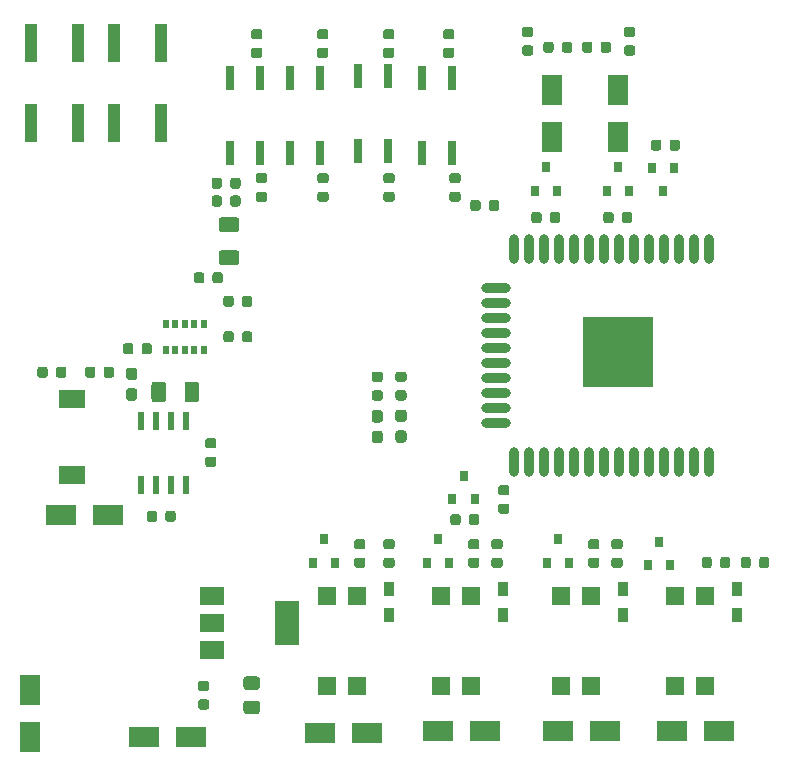
<source format=gtp>
G04 #@! TF.GenerationSoftware,KiCad,Pcbnew,(5.1.6-dirty)*
G04 #@! TF.CreationDate,2020-05-24T17:16:13+02:00*
G04 #@! TF.ProjectId,esp32control,65737033-3263-46f6-9e74-726f6c2e6b69,rev?*
G04 #@! TF.SameCoordinates,Original*
G04 #@! TF.FileFunction,Paste,Top*
G04 #@! TF.FilePolarity,Positive*
%FSLAX46Y46*%
G04 Gerber Fmt 4.6, Leading zero omitted, Abs format (unit mm)*
G04 Created by KiCad (PCBNEW (5.1.6-dirty)) date 2020-05-24 17:16:13*
%MOMM*%
%LPD*%
G01*
G04 APERTURE LIST*
%ADD10R,0.500000X0.800000*%
%ADD11R,2.200000X1.500000*%
%ADD12R,1.800000X2.500000*%
%ADD13R,2.500000X1.800000*%
%ADD14R,0.800000X0.900000*%
%ADD15R,2.000000X1.500000*%
%ADD16R,2.000000X3.800000*%
%ADD17R,1.000000X3.200000*%
%ADD18R,6.000000X6.000000*%
%ADD19O,0.900000X2.500000*%
%ADD20O,2.500000X0.900000*%
%ADD21R,0.640000X2.000000*%
%ADD22R,0.600000X1.550000*%
%ADD23R,0.900000X1.200000*%
%ADD24R,1.600000X1.600000*%
G04 APERTURE END LIST*
G36*
G01*
X71375000Y-66125000D02*
X70125000Y-66125000D01*
G75*
G02*
X69875000Y-65875000I0J250000D01*
G01*
X69875000Y-65125000D01*
G75*
G02*
X70125000Y-64875000I250000J0D01*
G01*
X71375000Y-64875000D01*
G75*
G02*
X71625000Y-65125000I0J-250000D01*
G01*
X71625000Y-65875000D01*
G75*
G02*
X71375000Y-66125000I-250000J0D01*
G01*
G37*
G36*
G01*
X71375000Y-68925000D02*
X70125000Y-68925000D01*
G75*
G02*
X69875000Y-68675000I0J250000D01*
G01*
X69875000Y-67925000D01*
G75*
G02*
X70125000Y-67675000I250000J0D01*
G01*
X71375000Y-67675000D01*
G75*
G02*
X71625000Y-67925000I0J-250000D01*
G01*
X71625000Y-68675000D01*
G75*
G02*
X71375000Y-68925000I-250000J0D01*
G01*
G37*
G36*
G01*
X66983500Y-80293500D02*
X66983500Y-79043500D01*
G75*
G02*
X67233500Y-78793500I250000J0D01*
G01*
X67983500Y-78793500D01*
G75*
G02*
X68233500Y-79043500I0J-250000D01*
G01*
X68233500Y-80293500D01*
G75*
G02*
X67983500Y-80543500I-250000J0D01*
G01*
X67233500Y-80543500D01*
G75*
G02*
X66983500Y-80293500I0J250000D01*
G01*
G37*
G36*
G01*
X64183500Y-80293500D02*
X64183500Y-79043500D01*
G75*
G02*
X64433500Y-78793500I250000J0D01*
G01*
X65183500Y-78793500D01*
G75*
G02*
X65433500Y-79043500I0J-250000D01*
G01*
X65433500Y-80293500D01*
G75*
G02*
X65183500Y-80543500I-250000J0D01*
G01*
X64433500Y-80543500D01*
G75*
G02*
X64183500Y-80293500I0J250000D01*
G01*
G37*
D10*
X65400000Y-73900000D03*
X66200000Y-73900000D03*
X67000000Y-73900000D03*
X67800000Y-73900000D03*
X68600000Y-73900000D03*
X68600000Y-76100000D03*
X67800000Y-76100000D03*
X67000000Y-76100000D03*
X66200000Y-76100000D03*
X65400000Y-76100000D03*
G36*
G01*
X83052250Y-79518500D02*
X83564750Y-79518500D01*
G75*
G02*
X83783500Y-79737250I0J-218750D01*
G01*
X83783500Y-80174750D01*
G75*
G02*
X83564750Y-80393500I-218750J0D01*
G01*
X83052250Y-80393500D01*
G75*
G02*
X82833500Y-80174750I0J218750D01*
G01*
X82833500Y-79737250D01*
G75*
G02*
X83052250Y-79518500I218750J0D01*
G01*
G37*
G36*
G01*
X83052250Y-77943500D02*
X83564750Y-77943500D01*
G75*
G02*
X83783500Y-78162250I0J-218750D01*
G01*
X83783500Y-78599750D01*
G75*
G02*
X83564750Y-78818500I-218750J0D01*
G01*
X83052250Y-78818500D01*
G75*
G02*
X82833500Y-78599750I0J218750D01*
G01*
X82833500Y-78162250D01*
G75*
G02*
X83052250Y-77943500I218750J0D01*
G01*
G37*
G36*
G01*
X85052250Y-79518500D02*
X85564750Y-79518500D01*
G75*
G02*
X85783500Y-79737250I0J-218750D01*
G01*
X85783500Y-80174750D01*
G75*
G02*
X85564750Y-80393500I-218750J0D01*
G01*
X85052250Y-80393500D01*
G75*
G02*
X84833500Y-80174750I0J218750D01*
G01*
X84833500Y-79737250D01*
G75*
G02*
X85052250Y-79518500I218750J0D01*
G01*
G37*
G36*
G01*
X85052250Y-77943500D02*
X85564750Y-77943500D01*
G75*
G02*
X85783500Y-78162250I0J-218750D01*
G01*
X85783500Y-78599750D01*
G75*
G02*
X85564750Y-78818500I-218750J0D01*
G01*
X85052250Y-78818500D01*
G75*
G02*
X84833500Y-78599750I0J218750D01*
G01*
X84833500Y-78162250D01*
G75*
G02*
X85052250Y-77943500I218750J0D01*
G01*
G37*
G36*
G01*
X71150000Y-71743750D02*
X71150000Y-72256250D01*
G75*
G02*
X70931250Y-72475000I-218750J0D01*
G01*
X70493750Y-72475000D01*
G75*
G02*
X70275000Y-72256250I0J218750D01*
G01*
X70275000Y-71743750D01*
G75*
G02*
X70493750Y-71525000I218750J0D01*
G01*
X70931250Y-71525000D01*
G75*
G02*
X71150000Y-71743750I0J-218750D01*
G01*
G37*
G36*
G01*
X72725000Y-71743750D02*
X72725000Y-72256250D01*
G75*
G02*
X72506250Y-72475000I-218750J0D01*
G01*
X72068750Y-72475000D01*
G75*
G02*
X71850000Y-72256250I0J218750D01*
G01*
X71850000Y-71743750D01*
G75*
G02*
X72068750Y-71525000I218750J0D01*
G01*
X72506250Y-71525000D01*
G75*
G02*
X72725000Y-71743750I0J-218750D01*
G01*
G37*
G36*
G01*
X83062500Y-82950000D02*
X83537500Y-82950000D01*
G75*
G02*
X83775000Y-83187500I0J-237500D01*
G01*
X83775000Y-83762500D01*
G75*
G02*
X83537500Y-84000000I-237500J0D01*
G01*
X83062500Y-84000000D01*
G75*
G02*
X82825000Y-83762500I0J237500D01*
G01*
X82825000Y-83187500D01*
G75*
G02*
X83062500Y-82950000I237500J0D01*
G01*
G37*
G36*
G01*
X83062500Y-81200000D02*
X83537500Y-81200000D01*
G75*
G02*
X83775000Y-81437500I0J-237500D01*
G01*
X83775000Y-82012500D01*
G75*
G02*
X83537500Y-82250000I-237500J0D01*
G01*
X83062500Y-82250000D01*
G75*
G02*
X82825000Y-82012500I0J237500D01*
G01*
X82825000Y-81437500D01*
G75*
G02*
X83062500Y-81200000I237500J0D01*
G01*
G37*
G36*
G01*
X85071000Y-82918500D02*
X85546000Y-82918500D01*
G75*
G02*
X85783500Y-83156000I0J-237500D01*
G01*
X85783500Y-83731000D01*
G75*
G02*
X85546000Y-83968500I-237500J0D01*
G01*
X85071000Y-83968500D01*
G75*
G02*
X84833500Y-83731000I0J237500D01*
G01*
X84833500Y-83156000D01*
G75*
G02*
X85071000Y-82918500I237500J0D01*
G01*
G37*
G36*
G01*
X85071000Y-81168500D02*
X85546000Y-81168500D01*
G75*
G02*
X85783500Y-81406000I0J-237500D01*
G01*
X85783500Y-81981000D01*
G75*
G02*
X85546000Y-82218500I-237500J0D01*
G01*
X85071000Y-82218500D01*
G75*
G02*
X84833500Y-81981000I0J237500D01*
G01*
X84833500Y-81406000D01*
G75*
G02*
X85071000Y-81168500I237500J0D01*
G01*
G37*
G36*
G01*
X62650000Y-75743750D02*
X62650000Y-76256250D01*
G75*
G02*
X62431250Y-76475000I-218750J0D01*
G01*
X61993750Y-76475000D01*
G75*
G02*
X61775000Y-76256250I0J218750D01*
G01*
X61775000Y-75743750D01*
G75*
G02*
X61993750Y-75525000I218750J0D01*
G01*
X62431250Y-75525000D01*
G75*
G02*
X62650000Y-75743750I0J-218750D01*
G01*
G37*
G36*
G01*
X64225000Y-75743750D02*
X64225000Y-76256250D01*
G75*
G02*
X64006250Y-76475000I-218750J0D01*
G01*
X63568750Y-76475000D01*
G75*
G02*
X63350000Y-76256250I0J218750D01*
G01*
X63350000Y-75743750D01*
G75*
G02*
X63568750Y-75525000I218750J0D01*
G01*
X64006250Y-75525000D01*
G75*
G02*
X64225000Y-75743750I0J-218750D01*
G01*
G37*
D11*
X57468000Y-80288000D03*
X57468000Y-86688000D03*
G36*
G01*
X78448250Y-62704500D02*
X78960750Y-62704500D01*
G75*
G02*
X79179500Y-62923250I0J-218750D01*
G01*
X79179500Y-63360750D01*
G75*
G02*
X78960750Y-63579500I-218750J0D01*
G01*
X78448250Y-63579500D01*
G75*
G02*
X78229500Y-63360750I0J218750D01*
G01*
X78229500Y-62923250D01*
G75*
G02*
X78448250Y-62704500I218750J0D01*
G01*
G37*
G36*
G01*
X78448250Y-61129500D02*
X78960750Y-61129500D01*
G75*
G02*
X79179500Y-61348250I0J-218750D01*
G01*
X79179500Y-61785750D01*
G75*
G02*
X78960750Y-62004500I-218750J0D01*
G01*
X78448250Y-62004500D01*
G75*
G02*
X78229500Y-61785750I0J218750D01*
G01*
X78229500Y-61348250D01*
G75*
G02*
X78448250Y-61129500I218750J0D01*
G01*
G37*
G36*
G01*
X60137500Y-78256250D02*
X60137500Y-77743750D01*
G75*
G02*
X60356250Y-77525000I218750J0D01*
G01*
X60793750Y-77525000D01*
G75*
G02*
X61012500Y-77743750I0J-218750D01*
G01*
X61012500Y-78256250D01*
G75*
G02*
X60793750Y-78475000I-218750J0D01*
G01*
X60356250Y-78475000D01*
G75*
G02*
X60137500Y-78256250I0J218750D01*
G01*
G37*
G36*
G01*
X58562500Y-78256250D02*
X58562500Y-77743750D01*
G75*
G02*
X58781250Y-77525000I218750J0D01*
G01*
X59218750Y-77525000D01*
G75*
G02*
X59437500Y-77743750I0J-218750D01*
G01*
X59437500Y-78256250D01*
G75*
G02*
X59218750Y-78475000I-218750J0D01*
G01*
X58781250Y-78475000D01*
G75*
G02*
X58562500Y-78256250I0J218750D01*
G01*
G37*
G36*
G01*
X98930000Y-50736250D02*
X98930000Y-50223750D01*
G75*
G02*
X99148750Y-50005000I218750J0D01*
G01*
X99586250Y-50005000D01*
G75*
G02*
X99805000Y-50223750I0J-218750D01*
G01*
X99805000Y-50736250D01*
G75*
G02*
X99586250Y-50955000I-218750J0D01*
G01*
X99148750Y-50955000D01*
G75*
G02*
X98930000Y-50736250I0J218750D01*
G01*
G37*
G36*
G01*
X97355000Y-50736250D02*
X97355000Y-50223750D01*
G75*
G02*
X97573750Y-50005000I218750J0D01*
G01*
X98011250Y-50005000D01*
G75*
G02*
X98230000Y-50223750I0J-218750D01*
G01*
X98230000Y-50736250D01*
G75*
G02*
X98011250Y-50955000I-218750J0D01*
G01*
X97573750Y-50955000D01*
G75*
G02*
X97355000Y-50736250I0J218750D01*
G01*
G37*
G36*
G01*
X114930500Y-93848250D02*
X114930500Y-94360750D01*
G75*
G02*
X114711750Y-94579500I-218750J0D01*
G01*
X114274250Y-94579500D01*
G75*
G02*
X114055500Y-94360750I0J218750D01*
G01*
X114055500Y-93848250D01*
G75*
G02*
X114274250Y-93629500I218750J0D01*
G01*
X114711750Y-93629500D01*
G75*
G02*
X114930500Y-93848250I0J-218750D01*
G01*
G37*
G36*
G01*
X116505500Y-93848250D02*
X116505500Y-94360750D01*
G75*
G02*
X116286750Y-94579500I-218750J0D01*
G01*
X115849250Y-94579500D01*
G75*
G02*
X115630500Y-94360750I0J218750D01*
G01*
X115630500Y-93848250D01*
G75*
G02*
X115849250Y-93629500I218750J0D01*
G01*
X116286750Y-93629500D01*
G75*
G02*
X116505500Y-93848250I0J-218750D01*
G01*
G37*
G36*
G01*
X111628500Y-93848250D02*
X111628500Y-94360750D01*
G75*
G02*
X111409750Y-94579500I-218750J0D01*
G01*
X110972250Y-94579500D01*
G75*
G02*
X110753500Y-94360750I0J218750D01*
G01*
X110753500Y-93848250D01*
G75*
G02*
X110972250Y-93629500I218750J0D01*
G01*
X111409750Y-93629500D01*
G75*
G02*
X111628500Y-93848250I0J-218750D01*
G01*
G37*
G36*
G01*
X113203500Y-93848250D02*
X113203500Y-94360750D01*
G75*
G02*
X112984750Y-94579500I-218750J0D01*
G01*
X112547250Y-94579500D01*
G75*
G02*
X112328500Y-94360750I0J218750D01*
G01*
X112328500Y-93848250D01*
G75*
G02*
X112547250Y-93629500I218750J0D01*
G01*
X112984750Y-93629500D01*
G75*
G02*
X113203500Y-93848250I0J-218750D01*
G01*
G37*
G36*
G01*
X103852750Y-92992500D02*
X103340250Y-92992500D01*
G75*
G02*
X103121500Y-92773750I0J218750D01*
G01*
X103121500Y-92336250D01*
G75*
G02*
X103340250Y-92117500I218750J0D01*
G01*
X103852750Y-92117500D01*
G75*
G02*
X104071500Y-92336250I0J-218750D01*
G01*
X104071500Y-92773750D01*
G75*
G02*
X103852750Y-92992500I-218750J0D01*
G01*
G37*
G36*
G01*
X103852750Y-94567500D02*
X103340250Y-94567500D01*
G75*
G02*
X103121500Y-94348750I0J218750D01*
G01*
X103121500Y-93911250D01*
G75*
G02*
X103340250Y-93692500I218750J0D01*
G01*
X103852750Y-93692500D01*
G75*
G02*
X104071500Y-93911250I0J-218750D01*
G01*
X104071500Y-94348750D01*
G75*
G02*
X103852750Y-94567500I-218750J0D01*
G01*
G37*
G36*
G01*
X101371750Y-93692500D02*
X101884250Y-93692500D01*
G75*
G02*
X102103000Y-93911250I0J-218750D01*
G01*
X102103000Y-94348750D01*
G75*
G02*
X101884250Y-94567500I-218750J0D01*
G01*
X101371750Y-94567500D01*
G75*
G02*
X101153000Y-94348750I0J218750D01*
G01*
X101153000Y-93911250D01*
G75*
G02*
X101371750Y-93692500I218750J0D01*
G01*
G37*
G36*
G01*
X101371750Y-92117500D02*
X101884250Y-92117500D01*
G75*
G02*
X102103000Y-92336250I0J-218750D01*
G01*
X102103000Y-92773750D01*
G75*
G02*
X101884250Y-92992500I-218750J0D01*
G01*
X101371750Y-92992500D01*
G75*
G02*
X101153000Y-92773750I0J218750D01*
G01*
X101153000Y-92336250D01*
G75*
G02*
X101371750Y-92117500I218750J0D01*
G01*
G37*
G36*
G01*
X70850000Y-63756250D02*
X70850000Y-63243750D01*
G75*
G02*
X71068750Y-63025000I218750J0D01*
G01*
X71506250Y-63025000D01*
G75*
G02*
X71725000Y-63243750I0J-218750D01*
G01*
X71725000Y-63756250D01*
G75*
G02*
X71506250Y-63975000I-218750J0D01*
G01*
X71068750Y-63975000D01*
G75*
G02*
X70850000Y-63756250I0J218750D01*
G01*
G37*
G36*
G01*
X69275000Y-63756250D02*
X69275000Y-63243750D01*
G75*
G02*
X69493750Y-63025000I218750J0D01*
G01*
X69931250Y-63025000D01*
G75*
G02*
X70150000Y-63243750I0J-218750D01*
G01*
X70150000Y-63756250D01*
G75*
G02*
X69931250Y-63975000I-218750J0D01*
G01*
X69493750Y-63975000D01*
G75*
G02*
X69275000Y-63756250I0J218750D01*
G01*
G37*
G36*
G01*
X93752250Y-89118500D02*
X94264750Y-89118500D01*
G75*
G02*
X94483500Y-89337250I0J-218750D01*
G01*
X94483500Y-89774750D01*
G75*
G02*
X94264750Y-89993500I-218750J0D01*
G01*
X93752250Y-89993500D01*
G75*
G02*
X93533500Y-89774750I0J218750D01*
G01*
X93533500Y-89337250D01*
G75*
G02*
X93752250Y-89118500I218750J0D01*
G01*
G37*
G36*
G01*
X93752250Y-87543500D02*
X94264750Y-87543500D01*
G75*
G02*
X94483500Y-87762250I0J-218750D01*
G01*
X94483500Y-88199750D01*
G75*
G02*
X94264750Y-88418500I-218750J0D01*
G01*
X93752250Y-88418500D01*
G75*
G02*
X93533500Y-88199750I0J218750D01*
G01*
X93533500Y-87762250D01*
G75*
G02*
X93752250Y-87543500I218750J0D01*
G01*
G37*
G36*
G01*
X90358500Y-90212250D02*
X90358500Y-90724750D01*
G75*
G02*
X90139750Y-90943500I-218750J0D01*
G01*
X89702250Y-90943500D01*
G75*
G02*
X89483500Y-90724750I0J218750D01*
G01*
X89483500Y-90212250D01*
G75*
G02*
X89702250Y-89993500I218750J0D01*
G01*
X90139750Y-89993500D01*
G75*
G02*
X90358500Y-90212250I0J-218750D01*
G01*
G37*
G36*
G01*
X91933500Y-90212250D02*
X91933500Y-90724750D01*
G75*
G02*
X91714750Y-90943500I-218750J0D01*
G01*
X91277250Y-90943500D01*
G75*
G02*
X91058500Y-90724750I0J218750D01*
G01*
X91058500Y-90212250D01*
G75*
G02*
X91277250Y-89993500I218750J0D01*
G01*
X91714750Y-89993500D01*
G75*
G02*
X91933500Y-90212250I0J-218750D01*
G01*
G37*
G36*
G01*
X108046000Y-59024750D02*
X108046000Y-58512250D01*
G75*
G02*
X108264750Y-58293500I218750J0D01*
G01*
X108702250Y-58293500D01*
G75*
G02*
X108921000Y-58512250I0J-218750D01*
G01*
X108921000Y-59024750D01*
G75*
G02*
X108702250Y-59243500I-218750J0D01*
G01*
X108264750Y-59243500D01*
G75*
G02*
X108046000Y-59024750I0J218750D01*
G01*
G37*
G36*
G01*
X106471000Y-59024750D02*
X106471000Y-58512250D01*
G75*
G02*
X106689750Y-58293500I218750J0D01*
G01*
X107127250Y-58293500D01*
G75*
G02*
X107346000Y-58512250I0J-218750D01*
G01*
X107346000Y-59024750D01*
G75*
G02*
X107127250Y-59243500I-218750J0D01*
G01*
X106689750Y-59243500D01*
G75*
G02*
X106471000Y-59024750I0J218750D01*
G01*
G37*
G36*
G01*
X92043000Y-63622250D02*
X92043000Y-64134750D01*
G75*
G02*
X91824250Y-64353500I-218750J0D01*
G01*
X91386750Y-64353500D01*
G75*
G02*
X91168000Y-64134750I0J218750D01*
G01*
X91168000Y-63622250D01*
G75*
G02*
X91386750Y-63403500I218750J0D01*
G01*
X91824250Y-63403500D01*
G75*
G02*
X92043000Y-63622250I0J-218750D01*
G01*
G37*
G36*
G01*
X93618000Y-63622250D02*
X93618000Y-64134750D01*
G75*
G02*
X93399250Y-64353500I-218750J0D01*
G01*
X92961750Y-64353500D01*
G75*
G02*
X92743000Y-64134750I0J218750D01*
G01*
X92743000Y-63622250D01*
G75*
G02*
X92961750Y-63403500I218750J0D01*
G01*
X93399250Y-63403500D01*
G75*
G02*
X93618000Y-63622250I0J-218750D01*
G01*
G37*
G36*
G01*
X89624250Y-62704500D02*
X90136750Y-62704500D01*
G75*
G02*
X90355500Y-62923250I0J-218750D01*
G01*
X90355500Y-63360750D01*
G75*
G02*
X90136750Y-63579500I-218750J0D01*
G01*
X89624250Y-63579500D01*
G75*
G02*
X89405500Y-63360750I0J218750D01*
G01*
X89405500Y-62923250D01*
G75*
G02*
X89624250Y-62704500I218750J0D01*
G01*
G37*
G36*
G01*
X89624250Y-61129500D02*
X90136750Y-61129500D01*
G75*
G02*
X90355500Y-61348250I0J-218750D01*
G01*
X90355500Y-61785750D01*
G75*
G02*
X90136750Y-62004500I-218750J0D01*
G01*
X89624250Y-62004500D01*
G75*
G02*
X89405500Y-61785750I0J218750D01*
G01*
X89405500Y-61348250D01*
G75*
G02*
X89624250Y-61129500I218750J0D01*
G01*
G37*
G36*
G01*
X73243750Y-62704500D02*
X73756250Y-62704500D01*
G75*
G02*
X73975000Y-62923250I0J-218750D01*
G01*
X73975000Y-63360750D01*
G75*
G02*
X73756250Y-63579500I-218750J0D01*
G01*
X73243750Y-63579500D01*
G75*
G02*
X73025000Y-63360750I0J218750D01*
G01*
X73025000Y-62923250D01*
G75*
G02*
X73243750Y-62704500I218750J0D01*
G01*
G37*
G36*
G01*
X73243750Y-61129500D02*
X73756250Y-61129500D01*
G75*
G02*
X73975000Y-61348250I0J-218750D01*
G01*
X73975000Y-61785750D01*
G75*
G02*
X73756250Y-62004500I-218750J0D01*
G01*
X73243750Y-62004500D01*
G75*
G02*
X73025000Y-61785750I0J218750D01*
G01*
X73025000Y-61348250D01*
G75*
G02*
X73243750Y-61129500I218750J0D01*
G01*
G37*
G36*
G01*
X101520000Y-50223750D02*
X101520000Y-50736250D01*
G75*
G02*
X101301250Y-50955000I-218750J0D01*
G01*
X100863750Y-50955000D01*
G75*
G02*
X100645000Y-50736250I0J218750D01*
G01*
X100645000Y-50223750D01*
G75*
G02*
X100863750Y-50005000I218750J0D01*
G01*
X101301250Y-50005000D01*
G75*
G02*
X101520000Y-50223750I0J-218750D01*
G01*
G37*
G36*
G01*
X103095000Y-50223750D02*
X103095000Y-50736250D01*
G75*
G02*
X102876250Y-50955000I-218750J0D01*
G01*
X102438750Y-50955000D01*
G75*
G02*
X102220000Y-50736250I0J218750D01*
G01*
X102220000Y-50223750D01*
G75*
G02*
X102438750Y-50005000I218750J0D01*
G01*
X102876250Y-50005000D01*
G75*
G02*
X103095000Y-50223750I0J-218750D01*
G01*
G37*
G36*
G01*
X104932250Y-49622000D02*
X104419750Y-49622000D01*
G75*
G02*
X104201000Y-49403250I0J218750D01*
G01*
X104201000Y-48965750D01*
G75*
G02*
X104419750Y-48747000I218750J0D01*
G01*
X104932250Y-48747000D01*
G75*
G02*
X105151000Y-48965750I0J-218750D01*
G01*
X105151000Y-49403250D01*
G75*
G02*
X104932250Y-49622000I-218750J0D01*
G01*
G37*
G36*
G01*
X104932250Y-51197000D02*
X104419750Y-51197000D01*
G75*
G02*
X104201000Y-50978250I0J218750D01*
G01*
X104201000Y-50540750D01*
G75*
G02*
X104419750Y-50322000I218750J0D01*
G01*
X104932250Y-50322000D01*
G75*
G02*
X105151000Y-50540750I0J-218750D01*
G01*
X105151000Y-50978250D01*
G75*
G02*
X104932250Y-51197000I-218750J0D01*
G01*
G37*
G36*
G01*
X96296250Y-49622000D02*
X95783750Y-49622000D01*
G75*
G02*
X95565000Y-49403250I0J218750D01*
G01*
X95565000Y-48965750D01*
G75*
G02*
X95783750Y-48747000I218750J0D01*
G01*
X96296250Y-48747000D01*
G75*
G02*
X96515000Y-48965750I0J-218750D01*
G01*
X96515000Y-49403250D01*
G75*
G02*
X96296250Y-49622000I-218750J0D01*
G01*
G37*
G36*
G01*
X96296250Y-51197000D02*
X95783750Y-51197000D01*
G75*
G02*
X95565000Y-50978250I0J218750D01*
G01*
X95565000Y-50540750D01*
G75*
G02*
X95783750Y-50322000I218750J0D01*
G01*
X96296250Y-50322000D01*
G75*
G02*
X96515000Y-50540750I0J-218750D01*
G01*
X96515000Y-50978250D01*
G75*
G02*
X96296250Y-51197000I-218750J0D01*
G01*
G37*
G36*
G01*
X103310000Y-64638250D02*
X103310000Y-65150750D01*
G75*
G02*
X103091250Y-65369500I-218750J0D01*
G01*
X102653750Y-65369500D01*
G75*
G02*
X102435000Y-65150750I0J218750D01*
G01*
X102435000Y-64638250D01*
G75*
G02*
X102653750Y-64419500I218750J0D01*
G01*
X103091250Y-64419500D01*
G75*
G02*
X103310000Y-64638250I0J-218750D01*
G01*
G37*
G36*
G01*
X104885000Y-64638250D02*
X104885000Y-65150750D01*
G75*
G02*
X104666250Y-65369500I-218750J0D01*
G01*
X104228750Y-65369500D01*
G75*
G02*
X104010000Y-65150750I0J218750D01*
G01*
X104010000Y-64638250D01*
G75*
G02*
X104228750Y-64419500I218750J0D01*
G01*
X104666250Y-64419500D01*
G75*
G02*
X104885000Y-64638250I0J-218750D01*
G01*
G37*
G36*
G01*
X97214000Y-64638250D02*
X97214000Y-65150750D01*
G75*
G02*
X96995250Y-65369500I-218750J0D01*
G01*
X96557750Y-65369500D01*
G75*
G02*
X96339000Y-65150750I0J218750D01*
G01*
X96339000Y-64638250D01*
G75*
G02*
X96557750Y-64419500I218750J0D01*
G01*
X96995250Y-64419500D01*
G75*
G02*
X97214000Y-64638250I0J-218750D01*
G01*
G37*
G36*
G01*
X98789000Y-64638250D02*
X98789000Y-65150750D01*
G75*
G02*
X98570250Y-65369500I-218750J0D01*
G01*
X98132750Y-65369500D01*
G75*
G02*
X97914000Y-65150750I0J218750D01*
G01*
X97914000Y-64638250D01*
G75*
G02*
X98132750Y-64419500I218750J0D01*
G01*
X98570250Y-64419500D01*
G75*
G02*
X98789000Y-64638250I0J-218750D01*
G01*
G37*
G36*
G01*
X70850000Y-62256250D02*
X70850000Y-61743750D01*
G75*
G02*
X71068750Y-61525000I218750J0D01*
G01*
X71506250Y-61525000D01*
G75*
G02*
X71725000Y-61743750I0J-218750D01*
G01*
X71725000Y-62256250D01*
G75*
G02*
X71506250Y-62475000I-218750J0D01*
G01*
X71068750Y-62475000D01*
G75*
G02*
X70850000Y-62256250I0J218750D01*
G01*
G37*
G36*
G01*
X69275000Y-62256250D02*
X69275000Y-61743750D01*
G75*
G02*
X69493750Y-61525000I218750J0D01*
G01*
X69931250Y-61525000D01*
G75*
G02*
X70150000Y-61743750I0J-218750D01*
G01*
X70150000Y-62256250D01*
G75*
G02*
X69931250Y-62475000I-218750J0D01*
G01*
X69493750Y-62475000D01*
G75*
G02*
X69275000Y-62256250I0J218750D01*
G01*
G37*
G36*
G01*
X71850000Y-75256250D02*
X71850000Y-74743750D01*
G75*
G02*
X72068750Y-74525000I218750J0D01*
G01*
X72506250Y-74525000D01*
G75*
G02*
X72725000Y-74743750I0J-218750D01*
G01*
X72725000Y-75256250D01*
G75*
G02*
X72506250Y-75475000I-218750J0D01*
G01*
X72068750Y-75475000D01*
G75*
G02*
X71850000Y-75256250I0J218750D01*
G01*
G37*
G36*
G01*
X70275000Y-75256250D02*
X70275000Y-74743750D01*
G75*
G02*
X70493750Y-74525000I218750J0D01*
G01*
X70931250Y-74525000D01*
G75*
G02*
X71150000Y-74743750I0J-218750D01*
G01*
X71150000Y-75256250D01*
G75*
G02*
X70931250Y-75475000I-218750J0D01*
G01*
X70493750Y-75475000D01*
G75*
G02*
X70275000Y-75256250I0J218750D01*
G01*
G37*
G36*
G01*
X84036250Y-62704500D02*
X84548750Y-62704500D01*
G75*
G02*
X84767500Y-62923250I0J-218750D01*
G01*
X84767500Y-63360750D01*
G75*
G02*
X84548750Y-63579500I-218750J0D01*
G01*
X84036250Y-63579500D01*
G75*
G02*
X83817500Y-63360750I0J218750D01*
G01*
X83817500Y-62923250D01*
G75*
G02*
X84036250Y-62704500I218750J0D01*
G01*
G37*
G36*
G01*
X84036250Y-61129500D02*
X84548750Y-61129500D01*
G75*
G02*
X84767500Y-61348250I0J-218750D01*
G01*
X84767500Y-61785750D01*
G75*
G02*
X84548750Y-62004500I-218750J0D01*
G01*
X84036250Y-62004500D01*
G75*
G02*
X83817500Y-61785750I0J218750D01*
G01*
X83817500Y-61348250D01*
G75*
G02*
X84036250Y-61129500I218750J0D01*
G01*
G37*
G36*
G01*
X89601250Y-49819000D02*
X89088750Y-49819000D01*
G75*
G02*
X88870000Y-49600250I0J218750D01*
G01*
X88870000Y-49162750D01*
G75*
G02*
X89088750Y-48944000I218750J0D01*
G01*
X89601250Y-48944000D01*
G75*
G02*
X89820000Y-49162750I0J-218750D01*
G01*
X89820000Y-49600250D01*
G75*
G02*
X89601250Y-49819000I-218750J0D01*
G01*
G37*
G36*
G01*
X89601250Y-51394000D02*
X89088750Y-51394000D01*
G75*
G02*
X88870000Y-51175250I0J218750D01*
G01*
X88870000Y-50737750D01*
G75*
G02*
X89088750Y-50519000I218750J0D01*
G01*
X89601250Y-50519000D01*
G75*
G02*
X89820000Y-50737750I0J-218750D01*
G01*
X89820000Y-51175250D01*
G75*
G02*
X89601250Y-51394000I-218750J0D01*
G01*
G37*
G36*
G01*
X93692750Y-92992500D02*
X93180250Y-92992500D01*
G75*
G02*
X92961500Y-92773750I0J218750D01*
G01*
X92961500Y-92336250D01*
G75*
G02*
X93180250Y-92117500I218750J0D01*
G01*
X93692750Y-92117500D01*
G75*
G02*
X93911500Y-92336250I0J-218750D01*
G01*
X93911500Y-92773750D01*
G75*
G02*
X93692750Y-92992500I-218750J0D01*
G01*
G37*
G36*
G01*
X93692750Y-94567500D02*
X93180250Y-94567500D01*
G75*
G02*
X92961500Y-94348750I0J218750D01*
G01*
X92961500Y-93911250D01*
G75*
G02*
X93180250Y-93692500I218750J0D01*
G01*
X93692750Y-93692500D01*
G75*
G02*
X93911500Y-93911250I0J-218750D01*
G01*
X93911500Y-94348750D01*
G75*
G02*
X93692750Y-94567500I-218750J0D01*
G01*
G37*
G36*
G01*
X91211750Y-93692500D02*
X91724250Y-93692500D01*
G75*
G02*
X91943000Y-93911250I0J-218750D01*
G01*
X91943000Y-94348750D01*
G75*
G02*
X91724250Y-94567500I-218750J0D01*
G01*
X91211750Y-94567500D01*
G75*
G02*
X90993000Y-94348750I0J218750D01*
G01*
X90993000Y-93911250D01*
G75*
G02*
X91211750Y-93692500I218750J0D01*
G01*
G37*
G36*
G01*
X91211750Y-92117500D02*
X91724250Y-92117500D01*
G75*
G02*
X91943000Y-92336250I0J-218750D01*
G01*
X91943000Y-92773750D01*
G75*
G02*
X91724250Y-92992500I-218750J0D01*
G01*
X91211750Y-92992500D01*
G75*
G02*
X90993000Y-92773750I0J218750D01*
G01*
X90993000Y-92336250D01*
G75*
G02*
X91211750Y-92117500I218750J0D01*
G01*
G37*
G36*
G01*
X84521250Y-49819000D02*
X84008750Y-49819000D01*
G75*
G02*
X83790000Y-49600250I0J218750D01*
G01*
X83790000Y-49162750D01*
G75*
G02*
X84008750Y-48944000I218750J0D01*
G01*
X84521250Y-48944000D01*
G75*
G02*
X84740000Y-49162750I0J-218750D01*
G01*
X84740000Y-49600250D01*
G75*
G02*
X84521250Y-49819000I-218750J0D01*
G01*
G37*
G36*
G01*
X84521250Y-51394000D02*
X84008750Y-51394000D01*
G75*
G02*
X83790000Y-51175250I0J218750D01*
G01*
X83790000Y-50737750D01*
G75*
G02*
X84008750Y-50519000I218750J0D01*
G01*
X84521250Y-50519000D01*
G75*
G02*
X84740000Y-50737750I0J-218750D01*
G01*
X84740000Y-51175250D01*
G75*
G02*
X84521250Y-51394000I-218750J0D01*
G01*
G37*
G36*
G01*
X78933250Y-49819000D02*
X78420750Y-49819000D01*
G75*
G02*
X78202000Y-49600250I0J218750D01*
G01*
X78202000Y-49162750D01*
G75*
G02*
X78420750Y-48944000I218750J0D01*
G01*
X78933250Y-48944000D01*
G75*
G02*
X79152000Y-49162750I0J-218750D01*
G01*
X79152000Y-49600250D01*
G75*
G02*
X78933250Y-49819000I-218750J0D01*
G01*
G37*
G36*
G01*
X78933250Y-51394000D02*
X78420750Y-51394000D01*
G75*
G02*
X78202000Y-51175250I0J218750D01*
G01*
X78202000Y-50737750D01*
G75*
G02*
X78420750Y-50519000I218750J0D01*
G01*
X78933250Y-50519000D01*
G75*
G02*
X79152000Y-50737750I0J-218750D01*
G01*
X79152000Y-51175250D01*
G75*
G02*
X78933250Y-51394000I-218750J0D01*
G01*
G37*
G36*
G01*
X73345250Y-49819000D02*
X72832750Y-49819000D01*
G75*
G02*
X72614000Y-49600250I0J218750D01*
G01*
X72614000Y-49162750D01*
G75*
G02*
X72832750Y-48944000I218750J0D01*
G01*
X73345250Y-48944000D01*
G75*
G02*
X73564000Y-49162750I0J-218750D01*
G01*
X73564000Y-49600250D01*
G75*
G02*
X73345250Y-49819000I-218750J0D01*
G01*
G37*
G36*
G01*
X73345250Y-51394000D02*
X72832750Y-51394000D01*
G75*
G02*
X72614000Y-51175250I0J218750D01*
G01*
X72614000Y-50737750D01*
G75*
G02*
X72832750Y-50519000I218750J0D01*
G01*
X73345250Y-50519000D01*
G75*
G02*
X73564000Y-50737750I0J-218750D01*
G01*
X73564000Y-51175250D01*
G75*
G02*
X73345250Y-51394000I-218750J0D01*
G01*
G37*
G36*
G01*
X84548750Y-92992500D02*
X84036250Y-92992500D01*
G75*
G02*
X83817500Y-92773750I0J218750D01*
G01*
X83817500Y-92336250D01*
G75*
G02*
X84036250Y-92117500I218750J0D01*
G01*
X84548750Y-92117500D01*
G75*
G02*
X84767500Y-92336250I0J-218750D01*
G01*
X84767500Y-92773750D01*
G75*
G02*
X84548750Y-92992500I-218750J0D01*
G01*
G37*
G36*
G01*
X84548750Y-94567500D02*
X84036250Y-94567500D01*
G75*
G02*
X83817500Y-94348750I0J218750D01*
G01*
X83817500Y-93911250D01*
G75*
G02*
X84036250Y-93692500I218750J0D01*
G01*
X84548750Y-93692500D01*
G75*
G02*
X84767500Y-93911250I0J-218750D01*
G01*
X84767500Y-94348750D01*
G75*
G02*
X84548750Y-94567500I-218750J0D01*
G01*
G37*
G36*
G01*
X81559750Y-93692500D02*
X82072250Y-93692500D01*
G75*
G02*
X82291000Y-93911250I0J-218750D01*
G01*
X82291000Y-94348750D01*
G75*
G02*
X82072250Y-94567500I-218750J0D01*
G01*
X81559750Y-94567500D01*
G75*
G02*
X81341000Y-94348750I0J218750D01*
G01*
X81341000Y-93911250D01*
G75*
G02*
X81559750Y-93692500I218750J0D01*
G01*
G37*
G36*
G01*
X81559750Y-92117500D02*
X82072250Y-92117500D01*
G75*
G02*
X82291000Y-92336250I0J-218750D01*
G01*
X82291000Y-92773750D01*
G75*
G02*
X82072250Y-92992500I-218750J0D01*
G01*
X81559750Y-92992500D01*
G75*
G02*
X81341000Y-92773750I0J218750D01*
G01*
X81341000Y-92336250D01*
G75*
G02*
X81559750Y-92117500I218750J0D01*
G01*
G37*
G36*
G01*
X62262500Y-79350000D02*
X62737500Y-79350000D01*
G75*
G02*
X62975000Y-79587500I0J-237500D01*
G01*
X62975000Y-80162500D01*
G75*
G02*
X62737500Y-80400000I-237500J0D01*
G01*
X62262500Y-80400000D01*
G75*
G02*
X62025000Y-80162500I0J237500D01*
G01*
X62025000Y-79587500D01*
G75*
G02*
X62262500Y-79350000I237500J0D01*
G01*
G37*
G36*
G01*
X62262500Y-77600000D02*
X62737500Y-77600000D01*
G75*
G02*
X62975000Y-77837500I0J-237500D01*
G01*
X62975000Y-78412500D01*
G75*
G02*
X62737500Y-78650000I-237500J0D01*
G01*
X62262500Y-78650000D01*
G75*
G02*
X62025000Y-78412500I0J237500D01*
G01*
X62025000Y-77837500D01*
G75*
G02*
X62262500Y-77600000I237500J0D01*
G01*
G37*
D12*
X98072000Y-58068000D03*
X98072000Y-54068000D03*
D13*
X108264000Y-108392000D03*
X112264000Y-108392000D03*
X98612000Y-108392000D03*
X102612000Y-108392000D03*
X88452000Y-108392000D03*
X92452000Y-108392000D03*
X67560000Y-108900000D03*
X63560000Y-108900000D03*
D12*
X103660000Y-58068000D03*
X103660000Y-54068000D03*
X53876000Y-108868000D03*
X53876000Y-104868000D03*
D13*
X60484000Y-90092000D03*
X56484000Y-90092000D03*
X78419000Y-108519000D03*
X82419000Y-108519000D03*
G36*
G01*
X64650000Y-89943750D02*
X64650000Y-90456250D01*
G75*
G02*
X64431250Y-90675000I-218750J0D01*
G01*
X63993750Y-90675000D01*
G75*
G02*
X63775000Y-90456250I0J218750D01*
G01*
X63775000Y-89943750D01*
G75*
G02*
X63993750Y-89725000I218750J0D01*
G01*
X64431250Y-89725000D01*
G75*
G02*
X64650000Y-89943750I0J-218750D01*
G01*
G37*
G36*
G01*
X66225000Y-89943750D02*
X66225000Y-90456250D01*
G75*
G02*
X66006250Y-90675000I-218750J0D01*
G01*
X65568750Y-90675000D01*
G75*
G02*
X65350000Y-90456250I0J218750D01*
G01*
X65350000Y-89943750D01*
G75*
G02*
X65568750Y-89725000I218750J0D01*
G01*
X66006250Y-89725000D01*
G75*
G02*
X66225000Y-89943750I0J-218750D01*
G01*
G37*
G36*
G01*
X56100000Y-78256250D02*
X56100000Y-77743750D01*
G75*
G02*
X56318750Y-77525000I218750J0D01*
G01*
X56756250Y-77525000D01*
G75*
G02*
X56975000Y-77743750I0J-218750D01*
G01*
X56975000Y-78256250D01*
G75*
G02*
X56756250Y-78475000I-218750J0D01*
G01*
X56318750Y-78475000D01*
G75*
G02*
X56100000Y-78256250I0J218750D01*
G01*
G37*
G36*
G01*
X54525000Y-78256250D02*
X54525000Y-77743750D01*
G75*
G02*
X54743750Y-77525000I218750J0D01*
G01*
X55181250Y-77525000D01*
G75*
G02*
X55400000Y-77743750I0J-218750D01*
G01*
X55400000Y-78256250D01*
G75*
G02*
X55181250Y-78475000I-218750J0D01*
G01*
X54743750Y-78475000D01*
G75*
G02*
X54525000Y-78256250I0J218750D01*
G01*
G37*
G36*
G01*
X68650000Y-69743750D02*
X68650000Y-70256250D01*
G75*
G02*
X68431250Y-70475000I-218750J0D01*
G01*
X67993750Y-70475000D01*
G75*
G02*
X67775000Y-70256250I0J218750D01*
G01*
X67775000Y-69743750D01*
G75*
G02*
X67993750Y-69525000I218750J0D01*
G01*
X68431250Y-69525000D01*
G75*
G02*
X68650000Y-69743750I0J-218750D01*
G01*
G37*
G36*
G01*
X70225000Y-69743750D02*
X70225000Y-70256250D01*
G75*
G02*
X70006250Y-70475000I-218750J0D01*
G01*
X69568750Y-70475000D01*
G75*
G02*
X69350000Y-70256250I0J218750D01*
G01*
X69350000Y-69743750D01*
G75*
G02*
X69568750Y-69525000I218750J0D01*
G01*
X70006250Y-69525000D01*
G75*
G02*
X70225000Y-69743750I0J-218750D01*
G01*
G37*
G36*
G01*
X68351750Y-105694000D02*
X68864250Y-105694000D01*
G75*
G02*
X69083000Y-105912750I0J-218750D01*
G01*
X69083000Y-106350250D01*
G75*
G02*
X68864250Y-106569000I-218750J0D01*
G01*
X68351750Y-106569000D01*
G75*
G02*
X68133000Y-106350250I0J218750D01*
G01*
X68133000Y-105912750D01*
G75*
G02*
X68351750Y-105694000I218750J0D01*
G01*
G37*
G36*
G01*
X68351750Y-104119000D02*
X68864250Y-104119000D01*
G75*
G02*
X69083000Y-104337750I0J-218750D01*
G01*
X69083000Y-104775250D01*
G75*
G02*
X68864250Y-104994000I-218750J0D01*
G01*
X68351750Y-104994000D01*
G75*
G02*
X68133000Y-104775250I0J218750D01*
G01*
X68133000Y-104337750D01*
G75*
G02*
X68351750Y-104119000I218750J0D01*
G01*
G37*
G36*
G01*
X72221999Y-105794000D02*
X73122001Y-105794000D01*
G75*
G02*
X73372000Y-106043999I0J-249999D01*
G01*
X73372000Y-106694001D01*
G75*
G02*
X73122001Y-106944000I-249999J0D01*
G01*
X72221999Y-106944000D01*
G75*
G02*
X71972000Y-106694001I0J249999D01*
G01*
X71972000Y-106043999D01*
G75*
G02*
X72221999Y-105794000I249999J0D01*
G01*
G37*
G36*
G01*
X72221999Y-103744000D02*
X73122001Y-103744000D01*
G75*
G02*
X73372000Y-103993999I0J-249999D01*
G01*
X73372000Y-104644001D01*
G75*
G02*
X73122001Y-104894000I-249999J0D01*
G01*
X72221999Y-104894000D01*
G75*
G02*
X71972000Y-104644001I0J249999D01*
G01*
X71972000Y-103993999D01*
G75*
G02*
X72221999Y-103744000I249999J0D01*
G01*
G37*
G36*
G01*
X68943750Y-85150000D02*
X69456250Y-85150000D01*
G75*
G02*
X69675000Y-85368750I0J-218750D01*
G01*
X69675000Y-85806250D01*
G75*
G02*
X69456250Y-86025000I-218750J0D01*
G01*
X68943750Y-86025000D01*
G75*
G02*
X68725000Y-85806250I0J218750D01*
G01*
X68725000Y-85368750D01*
G75*
G02*
X68943750Y-85150000I218750J0D01*
G01*
G37*
G36*
G01*
X68943750Y-83575000D02*
X69456250Y-83575000D01*
G75*
G02*
X69675000Y-83793750I0J-218750D01*
G01*
X69675000Y-84231250D01*
G75*
G02*
X69456250Y-84450000I-218750J0D01*
G01*
X68943750Y-84450000D01*
G75*
G02*
X68725000Y-84231250I0J218750D01*
G01*
X68725000Y-83793750D01*
G75*
G02*
X68943750Y-83575000I218750J0D01*
G01*
G37*
D14*
X107508500Y-62668500D03*
X106558500Y-60668500D03*
X108458500Y-60668500D03*
X90608500Y-86768500D03*
X91558500Y-88768500D03*
X89658500Y-88768500D03*
D15*
X69350000Y-96950000D03*
X69350000Y-101550000D03*
X69350000Y-99250000D03*
D16*
X75650000Y-99250000D03*
D14*
X97564000Y-60656000D03*
X98514000Y-62656000D03*
X96614000Y-62656000D03*
X103660000Y-60656000D03*
X104610000Y-62656000D03*
X102710000Y-62656000D03*
X78768000Y-92152000D03*
X79718000Y-94152000D03*
X77818000Y-94152000D03*
X88420000Y-92152000D03*
X89370000Y-94152000D03*
X87470000Y-94152000D03*
X98580000Y-92152000D03*
X99530000Y-94152000D03*
X97630000Y-94152000D03*
X107152500Y-92342500D03*
X108102500Y-94342500D03*
X106202500Y-94342500D03*
D17*
X54000000Y-50100000D03*
X54000000Y-56900000D03*
X58000000Y-56900000D03*
X58000000Y-50100000D03*
X61000000Y-50100000D03*
X61000000Y-56900000D03*
X65000000Y-56900000D03*
X65000000Y-50100000D03*
D18*
X103650000Y-76300000D03*
D19*
X111350000Y-67600000D03*
X110080000Y-67600000D03*
X108810000Y-67600000D03*
X107540000Y-67600000D03*
X106270000Y-67600000D03*
X105000000Y-67600000D03*
X103730000Y-67600000D03*
X102460000Y-67600000D03*
X101190000Y-67600000D03*
X99920000Y-67600000D03*
X98650000Y-67600000D03*
X97380000Y-67600000D03*
X96110000Y-67600000D03*
X94840000Y-67600000D03*
D20*
X93350000Y-70885000D03*
X93350000Y-72155000D03*
X93350000Y-73425000D03*
X93350000Y-74695000D03*
X93350000Y-75965000D03*
X93350000Y-77235000D03*
X93350000Y-78505000D03*
X93350000Y-79775000D03*
X93350000Y-81045000D03*
X93350000Y-82315000D03*
D19*
X94840000Y-85600000D03*
X96110000Y-85600000D03*
X97380000Y-85600000D03*
X98650000Y-85600000D03*
X99920000Y-85600000D03*
X101190000Y-85600000D03*
X102460000Y-85600000D03*
X103730000Y-85600000D03*
X105000000Y-85600000D03*
X106270000Y-85600000D03*
X107540000Y-85600000D03*
X108810000Y-85600000D03*
X110080000Y-85600000D03*
X111350000Y-85600000D03*
D21*
X78423000Y-59415000D03*
X75883000Y-59415000D03*
X75883000Y-53115000D03*
X78423000Y-53115000D03*
D22*
X67125060Y-87531560D03*
X65855060Y-87531560D03*
X64585060Y-87531560D03*
X63315060Y-87531560D03*
X63315060Y-82131560D03*
X64585060Y-82131560D03*
X65855060Y-82131560D03*
X67125060Y-82131560D03*
D23*
X93944500Y-96306500D03*
X93944500Y-98506500D03*
X84292500Y-98506500D03*
X84292500Y-96306500D03*
X104104500Y-96306500D03*
X104104500Y-98506500D03*
X113756500Y-98506500D03*
X113756500Y-96306500D03*
D21*
X73343000Y-53115000D03*
X70803000Y-53115000D03*
X70803000Y-59415000D03*
X73343000Y-59415000D03*
X84236295Y-59230521D03*
X81696295Y-59230521D03*
X81696295Y-52930521D03*
X84236295Y-52930521D03*
X89599000Y-53115000D03*
X87059000Y-53115000D03*
X87059000Y-59415000D03*
X89599000Y-59415000D03*
D24*
X111026000Y-96962000D03*
X108486000Y-104582000D03*
X108486000Y-96962000D03*
X111026000Y-104582000D03*
X101374000Y-104582000D03*
X98834000Y-96962000D03*
X98834000Y-104582000D03*
X101374000Y-96962000D03*
X81562000Y-96962000D03*
X79022000Y-104582000D03*
X79022000Y-96962000D03*
X81562000Y-104582000D03*
X91214000Y-104582000D03*
X88674000Y-96962000D03*
X88674000Y-104582000D03*
X91214000Y-96962000D03*
M02*

</source>
